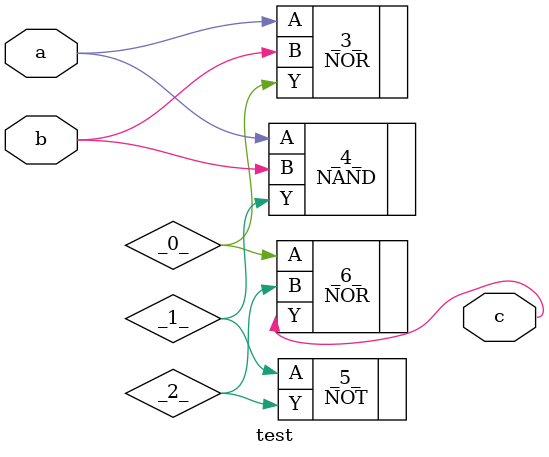
<source format=v>
(* top =  1  *)
(* src = "./test.v:1.1-8.10" *)
module test(a, b, c);
  wire _0_;
  wire _1_;
  wire _2_;
  (* src = "./test.v:2.15-2.16" *)
  input a;
  wire a;
  (* src = "./test.v:3.15-3.16" *)
  input b;
  wire b;
  (* src = "./test.v:4.16-4.17" *)
  output c;
  wire c;
  NOR _3_ (
    .A(a),
    .B(b),
    .Y(_0_)
  );
  NAND _4_ (
    .A(a),
    .B(b),
    .Y(_1_)
  );
  NOT _5_ (
    .A(_1_),
    .Y(_2_)
  );
  NOR _6_ (
    .A(_0_),
    .B(_2_),
    .Y(c)
  );
endmodule

</source>
